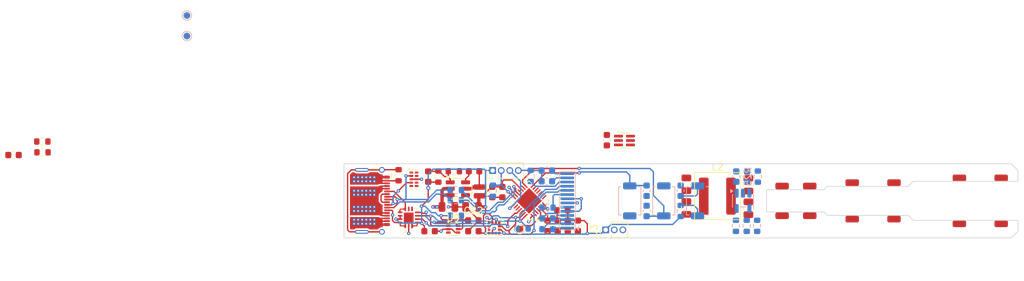
<source format=kicad_pcb>
(kicad_pcb
	(version 20241229)
	(generator "pcbnew")
	(generator_version "9.0")
	(general
		(thickness 1.6)
		(legacy_teardrops no)
	)
	(paper "A4")
	(layers
		(0 "F.Cu" signal)
		(4 "In1.Cu" signal)
		(6 "In2.Cu" signal)
		(2 "B.Cu" signal)
		(9 "F.Adhes" user "F.Adhesive")
		(11 "B.Adhes" user "B.Adhesive")
		(13 "F.Paste" user)
		(15 "B.Paste" user)
		(5 "F.SilkS" user "F.Silkscreen")
		(7 "B.SilkS" user "B.Silkscreen")
		(1 "F.Mask" user)
		(3 "B.Mask" user)
		(17 "Dwgs.User" user "User.Drawings")
		(19 "Cmts.User" user "User.Comments")
		(21 "Eco1.User" user "User.Eco1")
		(23 "Eco2.User" user "User.Eco2")
		(25 "Edge.Cuts" user)
		(27 "Margin" user)
		(31 "F.CrtYd" user "F.Courtyard")
		(29 "B.CrtYd" user "B.Courtyard")
		(35 "F.Fab" user)
		(33 "B.Fab" user)
		(39 "User.1" user)
		(41 "User.2" user)
		(43 "User.3" user)
		(45 "User.4" user)
	)
	(setup
		(stackup
			(layer "F.SilkS"
				(type "Top Silk Screen")
				(color "Black")
			)
			(layer "F.Paste"
				(type "Top Solder Paste")
			)
			(layer "F.Mask"
				(type "Top Solder Mask")
				(color "White")
				(thickness 0.01)
			)
			(layer "F.Cu"
				(type "copper")
				(thickness 0.035)
			)
			(layer "dielectric 1"
				(type "prepreg")
				(thickness 0.1)
				(material "FR4")
				(epsilon_r 4.5)
				(loss_tangent 0.02)
			)
			(layer "In1.Cu"
				(type "copper")
				(thickness 0.035)
			)
			(layer "dielectric 2"
				(type "core")
				(thickness 1.24)
				(material "FR4")
				(epsilon_r 4.5)
				(loss_tangent 0.02)
			)
			(layer "In2.Cu"
				(type "copper")
				(thickness 0.035)
			)
			(layer "dielectric 3"
				(type "prepreg")
				(thickness 0.1)
				(material "FR4")
				(epsilon_r 4.5)
				(loss_tangent 0.02)
			)
			(layer "B.Cu"
				(type "copper")
				(thickness 0.035)
			)
			(layer "B.Mask"
				(type "Bottom Solder Mask")
				(thickness 0.01)
			)
			(layer "B.Paste"
				(type "Bottom Solder Paste")
			)
			(layer "B.SilkS"
				(type "Bottom Silk Screen")
			)
			(copper_finish "None")
			(dielectric_constraints no)
		)
		(pad_to_mask_clearance 0)
		(allow_soldermask_bridges_in_footprints no)
		(tenting front back)
		(grid_origin 100.5 158.2)
		(pcbplotparams
			(layerselection 0x00000000_00000000_55555555_5755f5ff)
			(plot_on_all_layers_selection 0x00000000_00000000_00000000_00000000)
			(disableapertmacros no)
			(usegerberextensions no)
			(usegerberattributes yes)
			(usegerberadvancedattributes yes)
			(creategerberjobfile yes)
			(dashed_line_dash_ratio 12.000000)
			(dashed_line_gap_ratio 3.000000)
			(svgprecision 4)
			(plotframeref no)
			(mode 1)
			(useauxorigin no)
			(hpglpennumber 1)
			(hpglpenspeed 20)
			(hpglpendiameter 15.000000)
			(pdf_front_fp_property_popups yes)
			(pdf_back_fp_property_popups yes)
			(pdf_metadata yes)
			(pdf_single_document no)
			(dxfpolygonmode yes)
			(dxfimperialunits yes)
			(dxfusepcbnewfont yes)
			(psnegative no)
			(psa4output no)
			(plot_black_and_white yes)
			(sketchpadsonfab no)
			(plotpadnumbers no)
			(hidednponfab no)
			(sketchdnponfab yes)
			(crossoutdnponfab yes)
			(subtractmaskfromsilk no)
			(outputformat 1)
			(mirror no)
			(drillshape 1)
			(scaleselection 1)
			(outputdirectory "")
		)
	)
	(net 0 "")
	(net 1 "+3.3V")
	(net 2 "GND")
	(net 3 "VBUS")
	(net 4 "Net-(U4-SW)")
	(net 5 "Net-(U4-BST)")
	(net 6 "Net-(U4-FB)")
	(net 7 "/NRST")
	(net 8 "/BTN1")
	(net 9 "/BTN2")
	(net 10 "/TC_FB")
	(net 11 "/BOOTSEL")
	(net 12 "Net-(C27-Pad2)")
	(net 13 "/SCL")
	(net 14 "/DISP_NRST")
	(net 15 "/SDA")
	(net 16 "Net-(R7-Pad2)")
	(net 17 "/TIP_H")
	(net 18 "/SWDIO")
	(net 19 "/D-")
	(net 20 "/D+")
	(net 21 "/HEATER_ON")
	(net 22 "/CURR_FB")
	(net 23 "/VBUS_FB")
	(net 24 "/TIP_K")
	(net 25 "/CC2")
	(net 26 "/CC1")
	(net 27 "/LED_RING")
	(net 28 "/ACC_INT1")
	(net 29 "/SWCLK")
	(net 30 "/INT_N")
	(net 31 "/ACC_INT2")
	(net 32 "Net-(J4-Pin_13)")
	(net 33 "Net-(J4-Pin_2)")
	(net 34 "Net-(J4-Pin_1)")
	(net 35 "Net-(J4-Pin_4)")
	(net 36 "Net-(J4-Pin_3)")
	(net 37 "Net-(J4-Pin_14)")
	(net 38 "Net-(U7--)")
	(net 39 "Net-(J1-SHIELD)")
	(net 40 "unconnected-(J4-Pin_6-Pad6)")
	(net 41 "Net-(J4-Pin_12)")
	(net 42 "Net-(U7-+)")
	(net 43 "unconnected-(U5-~{CS}-Pad10)")
	(net 44 "/JDP")
	(net 45 "/JDN")
	(net 46 "unconnected-(U3-NC-Pad6)")
	(net 47 "unconnected-(U3-NC-Pad10)")
	(net 48 "unconnected-(U3-NC-Pad7)")
	(net 49 "unconnected-(U3-NC-Pad9)")
	(net 50 "Net-(J4-Pin_9)")
	(net 51 "Net-(U1-VDDA)")
	(net 52 "unconnected-(U9-ALERT-Pad3)")
	(net 53 "unconnected-(U1-PA4-Pad10)")
	(net 54 "unconnected-(U1-PB3-Pad24)")
	(net 55 "unconnected-(U1-OSC_OUT{slash}PD1-Pad3)")
	(net 56 "unconnected-(U1-PA5-Pad11)")
	(net 57 "unconnected-(U1-PA15-Pad23)")
	(net 58 "unconnected-(U1-OSC_IN{slash}PD0-Pad2)")
	(net 59 "unconnected-(U6-IN+-Pad4)")
	(net 60 "unconnected-(U6-IN--Pad5)")
	(net 61 "Net-(C26-Pad1)")
	(footprint "Connector_Wire:SolderWirePad_1x01_SMD_1x2mm" (layer "F.Cu") (at 169.6 150.5 90))
	(footprint "Capacitor_SMD:C_0603_1608Metric" (layer "F.Cu") (at 122.5 151.4 -90))
	(footprint "Package_SON:USON-10_2.5x1.0mm_P0.5mm" (layer "F.Cu") (at 110.885 149.5))
	(footprint "Connector_Wire:SolderWirePad_1x01_SMD_1x2mm" (layer "F.Cu") (at 182.1 155.4 90))
	(footprint "Capacitor_SMD:C_0805_2012Metric" (layer "F.Cu") (at 160.5 150.3 90))
	(footprint "Connector_Wire:SolderWirePad_1x01_SMD_1x2mm" (layer "F.Cu") (at 198 156.1 90))
	(footprint "Capacitor_SMD:C_0603_1608Metric" (layer "F.Cu") (at 135.2 156.4 -90))
	(footprint "Package_TO_SOT_SMD:SOT-363_SC-70-6" (layer "F.Cu") (at 142.1125 143.75))
	(footprint "Inductor_SMD:L_Changjiang_FTC201607S" (layer "F.Cu") (at 120.6 151.3 -90))
	(footprint "Resistor_SMD:R_0603_1608Metric" (layer "F.Cu") (at 55.775 145.5))
	(footprint "Connector_Wire:SolderWirePad_1x01_SMD_1x2mm" (layer "F.Cu") (at 175.9 150 90))
	(footprint "Capacitor_SMD:C_0805_2012Metric" (layer "F.Cu") (at 160.5 153.8 -90))
	(footprint "Connector_Wire:SolderWirePad_1x01_SMD_1x2mm" (layer "F.Cu") (at 191.8 156.1 90))
	(footprint "Capacitor_SMD:C_0603_1608Metric" (layer "F.Cu") (at 132.2 156.4 -90))
	(footprint "Inductor_SMD:L_Coilcraft_XAL6060-XXX" (layer "F.Cu") (at 155.9 152))
	(footprint "Connector_Wire:SolderWirePad_1x01_SMD_1x2mm" (layer "F.Cu") (at 169.6 154.9 90))
	(footprint "Connector_USB:USB_C_Receptacle_G-Switch_GT-USB-7025" (layer "F.Cu") (at 103.439427 152.7 -90))
	(footprint "Connector_Wire:SolderWirePad_1x01_SMD_1x2mm" (layer "F.Cu") (at 165.5 150.5 90))
	(footprint "Resistor_SMD:R_0603_1608Metric" (layer "F.Cu") (at 114.5 149.1 90))
	(footprint "Connector_Wire:SolderWirePad_1x01_SMD_1x2mm" (layer "F.Cu") (at 165.5 154.9 90))
	(footprint "Capacitor_SMD:C_0603_1608Metric" (layer "F.Cu") (at 133.7 156.4 -90))
	(footprint "Capacitor_SMD:C_0805_2012Metric" (layer "F.Cu") (at 151.3 153.75 -90))
	(footprint "Capacitor_SMD:C_0603_1608Metric" (layer "F.Cu") (at 130.7 156.4 -90))
	(footprint "Connector_PinHeader_1.27mm:PinHeader_1x03_P1.27mm_Vertical" (layer "F.Cu") (at 139.33 157 90))
	(footprint "Capacitor_SMD:C_0805_2012Metric" (layer "F.Cu") (at 151.3 150.25 90))
	(footprint "Capacitor_SMD:C_0805_2012Metric" (layer "F.Cu") (at 119.5 153.6 180))
	(footprint "TestPoint:TestPoint_Pad_D1.0mm" (layer "F.Cu") (at 126.6 156.9))
	(footprint "Capacitor_SMD:C_0603_1608Metric" (layer "F.Cu") (at 113 149.1 90))
	(footprint "Package_TO_SOT_SMD:TSOT-23-6" (layer "F.Cu") (at 117.4 150.9))
	(footprint "Package_LGA:LGA-12_2x2mm_P0.5mm" (layer "F.Cu") (at 122.7775 156.7225 -90))
	(footprint "Package_DFN_QFN:WQFN-28-1EP_4x4mm_P0.4mm_EP2.7x2.7mm" (layer "F.Cu") (at 127.960831 152.7 135))
	(footprint "Connector_Wire:SolderWirePad_1x01_SMD_1x2mm" (layer "F.Cu") (at 198 149.3 90))
	(footprint "Connector_PinHeader_1.27mm:PinHeader_1x04_P1.27mm_Vertical" (layer "F.Cu") (at 122.56 148.2 90))
	(footprint "Connector_Wire:SolderWirePad_1x01_SMD_1x2mm" (layer "F.Cu") (at 175.9 155.4 90))
	(footprint "Capacitor_SMD:C_0603_1608Metric" (layer "F.Cu") (at 119.7 157.2 180))
	(footprint "Resistor_SMD:R_0603_1608Metric" (layer "F.Cu") (at 55.75 143.9))
	(footprint "Capacitor_SMD:C_0603_1608Metric" (layer "F.Cu") (at 124 151.4 -90))
	(footprint "Package_TO_SOT_SMD:SOT-563" (layer "F.Cu") (at 116.7 156.9))
	(footprint "Resistor_SMD:R_0603_1608Metric" (layer "F.Cu") (at 116.8 148.3))
	(footprint "Capacitor_SMD:C_0603_1608Metric" (layer "F.Cu") (at 113.2 157.2))
	(footprint "Connector_Wire:SolderWirePad_1x01_SMD_1x2mm" (layer "F.Cu") (at 182.1 150 90))
	(footprint "Capacitor_SMD:C_0603_1608Metric" (layer "F.Cu") (at 119.8 148.3 180))
	(footprint "Connector_Wire:SolderWirePad_1x01_SMD_1x2mm" (layer "F.Cu") (at 191.8 149.3 90))
	(footprint "Capacitor_SMD:C_0603_1608Metric" (layer "F.Cu") (at 51.475 145.9))
	(footprint "Resistor_SMD:R_0603_1608Metric" (layer "F.Cu") (at 108.6 148.9 -90))
	(footprint "Capacitor_SMD:C_0603_1608Metric" (layer "F.Cu") (at 119.7 155.6))
	(footprint "Inductor_SMD:L_0603_1608Metric" (layer "F.Cu") (at 132.9 154.1))
	(footprint "Capacitor_SMD:C_0805_2012Metric" (layer "F.Cu") (at 116 153.6))
	(footprint "Capacitor_SMD:C_0603_1608Metric" (layer "F.Cu") (at 139.5 143.7 90))
	(footprint "Package_DFN_QFN:WQFN-14-1EP_2.5x2.5mm_P0.5mm_EP1.45x1.45mm" (layer "F.Cu") (at 110.1 155.1625 90))
	(footprint "Capacitor_SMD:C_0603_1608Metric"
		(layer "B.Cu")
		(uuid "06584ec1-a149-4de4-b036-f3513de21400")
		(at 145.400001 151.2 -90)
		(descr "Capacitor SMD 0603 (1608 Metric), square (rectangular) end terminal, IPC-7351 nominal, (Body size source: IPC-SM-782 page 76, https://www.pcb-3d.com/wordpress/wp-content/uploads/ipc-sm-782a_amendment_1_and_2.pdf), generated with kicad-footprint-generator")
		(tags "capacitor")
		(property "Reference" "C8"
			(at 0 1.43 90)
			(layer "B.SilkS")
			(hide yes)
			(uuid "a25fde9e-1c43-4127-9e27-e816dc87609f")
			(effects
				(font
					(size 1 1)
					(thickness 0.15)
				)
				(justify mirror)
			)
		)
		(property "Value" "100n"
			(at 0 -1.43 90)
			(layer "B.Fab")
			(uuid "59e7bc2f-e2c3-4023-b68f-5d4ebbb9377b")
			(effects
				(font
					(size 1 1)
					(thickness 0.15)
				)
				(justify mirror)
			)
		)
		
... [303396 chars truncated]
</source>
